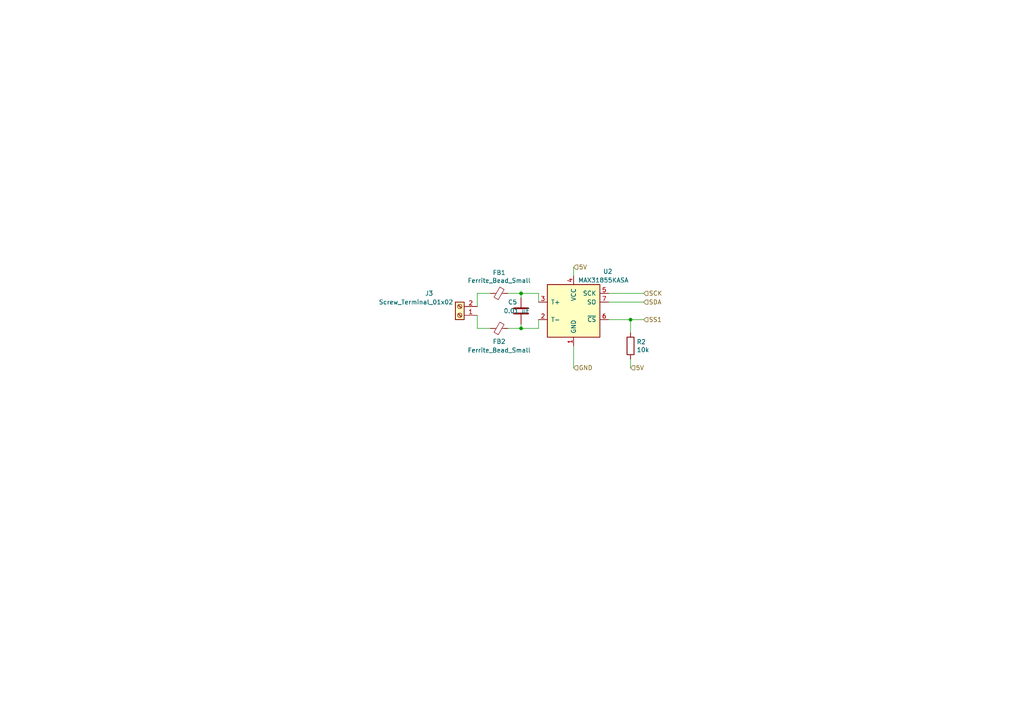
<source format=kicad_sch>
(kicad_sch (version 20231120) (generator "eeschema") (generator_version "8.0")
  (paper "A4")
  (lib_symbols
    (symbol "BREAD_Slice-rescue:Ferrite_Bead_Small-Device" (pin_numbers hide) (pin_names (offset 0))
      (property "Reference" "FB" (at 1.905 1.27 0))
      (property "Value" "Ferrite_Bead_Small-Device" (at 1.905 -1.27 0))
      (symbol "Ferrite_Bead_Small-Device_0_1"
        (polyline (pts (xy 0 -1.27) (xy 0 -0.7874)))
        (polyline (pts (xy 0 0.889) (xy 0 1.2954)))
        (polyline (pts (xy -1.8288 0.2794) (xy -1.1176 1.4986) (xy 1.8288 -0.2032) (xy 1.1176 -1.4224) (xy -1.8288 0.2794)))
      )
      (symbol "Ferrite_Bead_Small-Device_1_1"
        (pin passive line (at 0 2.54 270) (length 1.27) (name "~") (number "1"))
        (pin passive line (at 0 -2.54 90) (length 1.27) (name "~") (number "2"))
      )
    )
    (symbol "Connector:Screw_Terminal_01x02" (pin_names (offset 1.016) hide)
      (property "Reference" "J" (at 0 2.54 0))
      (property "Value" "Screw_Terminal_01x02" (at 0 -5.08 0))
      (symbol "Screw_Terminal_01x02_1_1"
        (rectangle (start -1.27 1.27) (end 1.27 -3.81) (stroke (width 0.254)) (fill (type background)))
        (circle (center 0 -2.54) (radius 0.635) (stroke (width 0.1524)))
        (polyline (pts (xy -0.5334 -2.2098) (xy 0.3302 -3.048)) (stroke (width 0.1524)))
        (polyline (pts (xy -0.5334 0.3302) (xy 0.3302 -0.508)) (stroke (width 0.1524)))
        (polyline (pts (xy -0.3556 -2.032) (xy 0.508 -2.8702)) (stroke (width 0.1524)))
        (polyline (pts (xy -0.3556 0.508) (xy 0.508 -0.3302)) (stroke (width 0.1524)))
        (circle (center 0 0) (radius 0.635) (stroke (width 0.1524)))
        (pin passive line (at -5.08 0 0) (length 3.81) (name "Pin_1") (number "1"))
        (pin passive line (at -5.08 -2.54 0) (length 3.81) (name "Pin_2") (number "2"))
      )
    )
    (symbol "Device:C" (pin_numbers hide) (pin_names (offset 0.254))
      (property "Reference" "C" (at 0.635 2.54 0))
      (property "Value" "C" (at 0.635 -2.54 0))
      (symbol "C_0_1"
        (polyline (pts (xy -2.032 -0.762) (xy 2.032 -0.762)) (stroke (width 0.508)))
        (polyline (pts (xy -2.032 0.762) (xy 2.032 0.762)) (stroke (width 0.508)))
      )
      (symbol "C_1_1"
        (pin passive line (at 0 3.81 270) (length 2.794) (name "~") (number "1"))
        (pin passive line (at 0 -3.81 90) (length 2.794) (name "~") (number "2"))
      )
    )
    (symbol "Device:R" (pin_numbers hide) (pin_names (offset 0))
      (property "Reference" "R" (at 2.032 0 90))
      (property "Value" "R" (at 0 0 90))
      (symbol "R_0_1"
        (rectangle (start -1.016 -2.54) (end 1.016 2.54) (stroke (width 0.254)))
      )
      (symbol "R_1_1"
        (pin passive line (at 0 3.81 270) (length 1.27) (name "~") (number "1"))
        (pin passive line (at 0 -3.81 90) (length 1.27) (name "~") (number "2"))
      )
    )
    (symbol "Sensor_Temperature:MAX31855KASA" (pin_names (offset 1.016))
      (property "Reference" "U" (at -7.62 8.89 0))
      (property "Value" "MAX31855KASA" (at 1.27 8.89 0))
      (symbol "MAX31855KASA_0_1"
        (rectangle (start -7.62 7.62) (end 7.62 -7.62) (stroke (width 0.254)) (fill (type background)))
      )
      (symbol "MAX31855KASA_1_1"
        (pin power_in line (at 0 -10.16 90) (length 2.54) (name "GND") (number "1"))
        (pin passive line (at -10.16 -2.54 0) (length 2.54) (name "T-") (number "2"))
        (pin passive line (at -10.16 2.54 0) (length 2.54) (name "T+") (number "3"))
        (pin power_in line (at 0 10.16 270) (length 2.54) (name "VCC") (number "4"))
        (pin input line (at 10.16 5.08 180) (length 2.54) (name "SCK") (number "5"))
        (pin input line (at 10.16 -2.54 180) (length 2.54) (name "~{CS}") (number "6"))
        (pin tri_state line (at 10.16 2.54 180) (length 2.54) (name "SO") (number "7"))
      )
    )
  )
  (junction (at 151.13 95.25))
  (junction (at 151.13 85.09))
  (junction (at 182.88 92.71))
  (wire (pts (xy 138.43 95.25) (xy 142.24 95.25)))
  (wire (pts (xy 138.43 88.9) (xy 138.43 85.09)))
  (wire (pts (xy 186.69 85.09) (xy 176.53 85.09)))
  (wire (pts (xy 156.21 85.09) (xy 151.13 85.09)))
  (wire (pts (xy 138.43 91.44) (xy 138.43 95.25)))
  (wire (pts (xy 182.88 106.68) (xy 182.88 104.14)))
  (wire (pts (xy 176.53 92.71) (xy 182.88 92.71)))
  (wire (pts (xy 138.43 85.09) (xy 142.24 85.09)))
  (wire (pts (xy 156.21 95.25) (xy 151.13 95.25)))
  (wire (pts (xy 166.37 106.68) (xy 166.37 100.33)))
  (wire (pts (xy 156.21 87.63) (xy 156.21 85.09)))
  (wire (pts (xy 182.88 96.52) (xy 182.88 92.71)))
  (wire (pts (xy 147.32 95.25) (xy 151.13 95.25)))
  (wire (pts (xy 166.37 77.47) (xy 166.37 80.01)))
  (wire (pts (xy 151.13 95.25) (xy 151.13 93.98)))
  (wire (pts (xy 151.13 85.09) (xy 151.13 86.36)))
  (wire (pts (xy 186.69 87.63) (xy 176.53 87.63)))
  (wire (pts (xy 147.32 85.09) (xy 151.13 85.09)))
  (wire (pts (xy 156.21 92.71) (xy 156.21 95.25)))
  (wire (pts (xy 182.88 92.71) (xy 186.69 92.71)))
  (hierarchical_label "SDA" (shape input) (at 186.69 87.63 0))
  (hierarchical_label "SCK" (shape input) (at 186.69 85.09 0))
  (hierarchical_label "5V" (shape input) (at 182.88 106.68 0))
  (hierarchical_label "GND" (shape input) (at 166.37 106.68 0))
  (hierarchical_label "SS1" (shape input) (at 186.69 92.71 0))
  (hierarchical_label "5V" (shape input) (at 166.37 77.47 0))
  (symbol (lib_id "BREAD_Slice-rescue:Ferrite_Bead_Small-Device") (at 144.78 95.25 90) (unit 1)
    (property "Reference" "FB2" (at 144.78 99.06 90))
    (property "Value" "Ferrite_Bead_Small" (at 144.78 101.6 90))
    (property "Footprint" "Resistor_SMD:R_1206_3216Metric_Pad1.30x1.75mm_HandSolder" (effects (hide yes)))
    (instances (project "BREAD_Slice" (path "" (reference "FB2") (unit 1)) (path "" (reference "FB4") (unit 1)) (path "" (reference "FB6") (unit 1)) (path "" (reference "FB8") (unit 1))))
  )
  (symbol (lib_id "Device:R") (at 182.88 100.33 0) (unit 1)
    (property "Reference" "R2" (at 184.658 99.1616 0) (effects (justify left)))
    (property "Value" "10k" (at 184.658 101.473 0) (effects (justify left)))
    (property "Footprint" "Resistor_SMD:R_1206_3216Metric_Pad1.30x1.75mm_HandSolder" (effects (hide yes)))
    (instances (project "BREAD_Slice" (path "" (reference "R2") (unit 1)) (path "" (reference "R3") (unit 1)) (path "" (reference "R4") (unit 1)) (path "" (reference "R5") (unit 1))))
  )
  (symbol (lib_id "Connector:Screw_Terminal_01x02") (at 133.35 91.44 180) (unit 1)
    (property "Reference" "J3" (at 124.46 85.09 0))
    (property "Value" "Screw_Terminal_01x02" (at 120.65 87.63 0))
    (property "Footprint" "TerminalBlock_TE-Connectivity:TerminalBlock_TE_282834-2_1x02_P2.54mm_Horizontal" (effects (hide yes)))
    (instances (project "BREAD_Slice" (path "" (reference "J3") (unit 1)) (path "" (reference "J4") (unit 1)) (path "" (reference "J5") (unit 1)) (path "" (reference "J6") (unit 1))))
  )
  (symbol (lib_id "Device:C") (at 151.13 90.17 0) (unit 1)
    (property "Reference" "C5" (at 147.32 87.63 0) (effects (justify left)))
    (property "Value" "0.01 uF" (at 146.05 90.17 0) (effects (justify left)))
    (property "Footprint" "Capacitor_SMD:C_1206_3216Metric_Pad1.33x1.80mm_HandSolder" (effects (hide yes)))
    (instances (project "BREAD_Slice" (path "" (reference "C5") (unit 1)) (path "" (reference "C6") (unit 1)) (path "" (reference "C7") (unit 1)) (path "" (reference "C8") (unit 1))))
  )
  (symbol (lib_id "BREAD_Slice-rescue:Ferrite_Bead_Small-Device") (at 144.78 85.09 90) (unit 1)
    (property "Reference" "FB1" (at 144.78 79.0702 90))
    (property "Value" "Ferrite_Bead_Small" (at 144.78 81.3816 90))
    (property "Footprint" "Resistor_SMD:R_1206_3216Metric_Pad1.30x1.75mm_HandSolder" (effects (hide yes)))
    (instances (project "BREAD_Slice" (path "" (reference "FB1") (unit 1)) (path "" (reference "FB3") (unit 1)) (path "" (reference "FB5") (unit 1)) (path "" (reference "FB7") (unit 1))))
  )
  (symbol (lib_id "Sensor_Temperature:MAX31855KASA") (at 166.37 90.17 0) (unit 1)
    (property "Reference" "U2" (at 176.276 78.74 0))
    (property "Value" "MAX31855KASA" (at 175.006 81.28 0))
    (property "Footprint" "Package_SO:SOIC-8_3.9x4.9mm_P1.27mm" (effects (hide yes)))
    (property "Datasheet" "http://datasheets.maximintegrated.com/en/ds/MAX31855.pdf" (effects (hide yes)))
    (instances (project "BREAD_Slice" (path "" (reference "U2") (unit 1)) (path "" (reference "U3") (unit 1)) (path "" (reference "U4") (unit 1)) (path "" (reference "U5") (unit 1))))
  )
)
</source>
